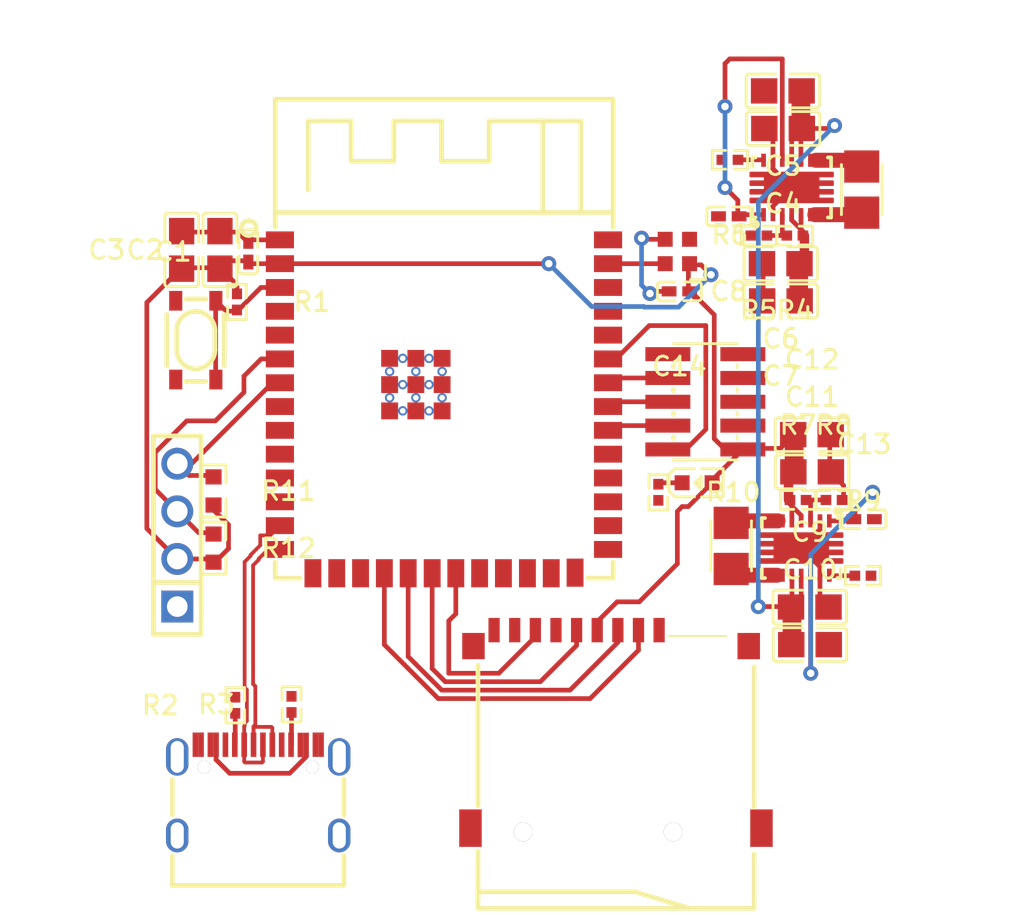
<source format=kicad_pcb>
(kicad_pcb (version 20240108) (generator "pcbnew") (generator_version "8.0")
  (layers (0 "F.Cu" signal) (31 "B.Cu" signal) (34 "B.Paste" user) (35 "F.Paste" user) (36 "B.SilkS" user "B.Silkscreen") (37 "F.SilkS" user "F.Silkscreen") (38 "B.Mask" user) (39 "F.Mask" user) (44 "Edge.Cuts" user))
  (net 0 "")
  (net 1 "io0")
  (net 2 "io36")
  (net 3 "line")
  (net 4 "miso")
  (net 5 "io15")
  (net 6 "cs")
  (net 7 "tdo")
  (net 8 "line-1")
  (net 9 "gnd")
  (net 10 "usb+")
  (net 11 "sck")
  (net 12 "io14")
  (net 13 "io46")
  (net 14 "io37")
  (net 15 "io45")
  (net 16 "in")
  (net 17 "io48")
  (net 18 "io5")
  (net 19 "TXD0")
  (net 20 "io8")
  (net 21 "tdi")
  (net 22 "io")
  (net 23 "io2")
  (net 24 "usb-")
  (net 25 "io4")
  (net 26 "tck")
  (net 27 "RXD0")
  (net 28 "mosi")
  (net 29 "io21")
  (net 30 "io38")
  (net 31 "tms")
  (net 32 "io3")
  (net 33 "io47")
  (net 34 "hv")
  (net 35 "io18")
  (net 36 "io17")
  (net 37 "io9")
  (net 38 "io16")
  (net 39 "io35")
  (net 40 "L2-1")
  (net 41 "_3v3_reg-PG")
  (net 42 "hv-1")
  (net 43 "L1")
  (net 44 "VINA")
  (net 45 "_3v3_reg-out")
  (net 46 "EN")
  (net 47 "L2")
  (net 48 "hv-2")
  (net 49 "_5v_reg-PG")
  (net 50 "L1-1")
  (net 51 "_5v_reg-out")
  (net 52 "B5")
  (net 53 "A8")
  (net 54 "VBUS")
  (net 55 "CC1")
  (net 56 "B8")
  (net 57 "DAT1_RSV_")
  (net 58 "DAT2_RSV_")
  (net 59 "CD")
  (net 60 "cathode")
  (net 61 "led_dout")
  (net 63 "_7")
  (footprint "atopile:C0402-b3ef17" (layer "F.Cu") (at 217.827267 137.142182 0)
    (property "Reference" "C13")
    (property "Value" "100nF ±10% 16V X7R")
  )
  (footprint "atopile:C0805-3b2e55" (layer "F.Cu") (at 183.476312 122.780765 90)
    (property "Reference" "C2")
    (property "Value" "10µF ±10% 25V X5R")
  )
  (footprint "atopile:R0402-56259e" (layer "F.Cu") (at 214.306525 136.116633 0)
    (property "Reference" "R7")
    (property "Value" "1kΩ ±1% 62.5mW")
  )
  (footprint "atopile:C0805-3b2e55" (layer "F.Cu") (at 215.049146 132.630615 0)
    (property "Reference" "C12")
    (property "Value" "10µF ±10% 25V X5R")
  )
  (footprint "lib:LED0603-RD" (layer "F.Cu") (at 208.925051 135.198497 0)
    (property "Reference" "LED1" (hide yes))
    (property "Value" "")
  )
  (footprint "lib:LED-SMD_4P-L2.0-W2.0-BR" (layer "F.Cu") (at 207.871051 122.864497 0)
    (property "Reference" "U8" (hide yes))
    (property "Value" "")
  )
  (footprint "atopile:R0402-56259e" (layer "F.Cu") (at 216.225678 136.116633 0)
    (property "Reference" "R8")
    (property "Value" "1kΩ ±1% 62.5mW")
  )
  (footprint "lib:HDR-TH_4P-P2.54-V-F" (layer "F.Cu") (at 181.201051 137.992497 90)
    (property "Reference" "U9" (hide yes))
    (property "Value" "")
  )
  (footprint "lib:IND-SMD_L2.5-W2.0_WPN252012H" (layer "F.Cu") (at 210.739777 138.566715 -90)
    (property "Reference" "L2" (hide yes))
    (property "Value" "")
  )
  (footprint "atopile:C0805-3b2e55" (layer "F.Cu") (at 214.944248 143.829679 0)
    (property "Reference" "C10")
    (property "Value" "10µF ±10% 25V X5R")
  )
  (footprint "atopile:C0402-b3ef17" (layer "F.Cu") (at 207.979088 124.990639 180)
    (property "Reference" "C14")
    (property "Value" "100nF ±10% 16V X7R")
  )
  (footprint "atopile:R0603-ebcab9" (layer "F.Cu") (at 183.134 135.636 -90)
    (property "Reference" "R11")
    (property "Value" "2.7kΩ ±1% 100mW")
  )
  (footprint "atopile:R0402-56259e" (layer "F.Cu") (at 206.855051 135.706497 -90)
    (property "Reference" "R10")
    (property "Value" "1kΩ ±1% 62.5mW")
  )
  (footprint "atopile:R0402-56259e" (layer "F.Cu") (at 212.216424 122.014361 180)
    (property "Reference" "R5")
    (property "Value" "1kΩ ±1% 62.5mW")
  )
  (footprint "lib:WIRELM-SMD_ESP32-S3-WROOM-1" (layer "F.Cu") (at 195.425051 131.134497 0)
    (property "Reference" "U1" (hide yes))
    (property "Value" "")
  )
  (footprint "atopile:R0402-56259e" (layer "F.Cu") (at 217.767194 140.155978 0)
    (property "Reference" "R9")
    (property "Value" "1MΩ ±1% 62.5mW")
  )
  (footprint "lib:VSON-14_L4.0-W3.0-P0.50-BL-EP_TI_DSJ" (layer "F.Cu") (at 214.475051 138.680497 180)
    (property "Reference" "U6" (hide yes))
    (property "Value" "")
  )
  (footprint "atopile:R0402-56259e" (layer "F.Cu") (at 210.674908 117.975016 180)
    (property "Reference" "R6")
    (property "Value" "1MΩ ±1% 62.5mW")
  )
  (footprint "atopile:C0805-3b2e55" (layer "F.Cu") (at 213.392956 125.500379 180)
    (property "Reference" "C7")
    (property "Value" "10µF ±10% 25V X5R")
  )
  (footprint "lib:IND-SMD_L2.5-W2.0_WPN252012H" (layer "F.Cu") (at 217.702325 119.564279 90)
    (property "Reference" "L1" (hide yes))
    (property "Value" "")
  )
  (footprint "lib:KEY-SMD_4P-L4.2-W3.2-P2.20-LS4.6" (layer "F.Cu") (at 182.188894 127.593687 -90)
    (property "Reference" "U2" (hide yes))
    (property "Value" "")
  )
  (footprint "lib:TF-SMD_TF-01A" (layer "F.Cu") (at 204.597051 148.337997 0)
    (property "Reference" "U7" (hide yes))
    (property "Value" "")
  )
  (footprint "atopile:C0805-3b2e55" (layer "F.Cu") (at 213.384296 123.514499 180)
    (property "Reference" "C6")
    (property "Value" "10µF ±10% 25V X5R")
  )
  (footprint "atopile:C0805-3b2e55" (layer "F.Cu") (at 213.509696 116.305091 180)
    (property "Reference" "C4")
    (property "Value" "10µF ±10% 25V X5R")
  )
  (footprint "atopile:R0603-ebcab9" (layer "F.Cu") (at 183.134 138.684 -90)
    (property "Reference" "R12")
    (property "Value" "2.7kΩ ±1% 100mW")
  )
  (footprint "lib:VSON-14_L4.0-W3.0-P0.50-BL-EP_TI_DSJ" (layer "F.Cu") (at 213.967051 119.450497 0)
    (property "Reference" "U5" (hide yes))
    (property "Value" "")
  )
  (footprint "atopile:R0402-56259e" (layer "F.Cu") (at 187.292646 147.018927 90)
    (property "Reference" "R3")
    (property "Value" "4.7kΩ ±1% 62.5mW")
  )
  (footprint "atopile:C0805-3b2e55" (layer "F.Cu") (at 213.497854 114.301315 180)
    (property "Reference" "C5")
    (property "Value" "10µF ±10% 25V X5R")
  )
  (footprint "atopile:R0402-56259e" (layer "F.Cu") (at 184.292 147.066 90)
    (property "Reference" "R2")
    (property "Value" "4.7kΩ ±1% 62.5mW")
  )
  (footprint "lib:USB-C-SMD_KH-TYPE-C-16P" (layer "F.Cu") (at 185.519051 151.588497 0)
    (property "Reference" "U4" (hide yes))
    (property "Value" "")
  )
  (footprint "atopile:C0805-3b2e55" (layer "F.Cu") (at 181.433933 122.780765 90)
    (property "Reference" "C3")
    (property "Value" "10µF ±10% 25V X5R")
  )
  (footprint "atopile:R0402-56259e" (layer "F.Cu") (at 214.135577 122.014361 180)
    (property "Reference" "R4")
    (property "Value" "1kΩ ±1% 62.5mW")
  )
  (footprint "atopile:C0402-b3ef17" (layer "F.Cu") (at 184.989635 122.876865 90)
    (property "Reference" "C1")
    (property "Value" "100nF ±10% 16V X7R")
  )
  (footprint "atopile:R0402-56259e" (layer "F.Cu") (at 184.384598 125.552683 -90)
    (property "Reference" "R1")
    (property "Value" "10kΩ ±1% 62.5mW")
  )
  (footprint "atopile:C0805-3b2e55" (layer "F.Cu") (at 215.057806 134.616495 0)
    (property "Reference" "C11")
    (property "Value" "10µF ±10% 25V X5R")
  )
  (footprint "atopile:C0805-3b2e55" (layer "F.Cu") (at 214.932406 141.825903 0)
    (property "Reference" "C9")
    (property "Value" "10µF ±10% 25V X5R")
  )
  (footprint "atopile:C0402-b3ef17" (layer "F.Cu") (at 210.614835 120.988812 180)
    (property "Reference" "C8")
    (property "Value" "100nF ±10% 16V X7R")
  )
  (footprint "lib:HDR-SMD_10P-P1.27-V-M-R2-C5-LS5.3" (layer "F.Cu") (at 209.363051 130.880497 90)
    (property "Reference" "U3" (hide yes))
    (property "Value" "")
  )
  (via (at 205.961512 122.155641) (size 0.8) (drill 0.4) (net 9) (layers "F.Cu" "B.Cu"))
  (via (at 206.408744 125.107371) (size 0.8) (drill 0.4) (net 9) (layers "F.Cu" "B.Cu"))
  (via (at 209.664591 124.105572) (size 0.8) (drill 0.4) (net 34) (layers "F.Cu" "B.Cu"))
  (via (at 201.013051 123.514497) (size 0.8) (drill 0.4) (net 34) (layers "F.Cu" "B.Cu"))
  (via (at 216.253051 116.148497) (size 0.8) (drill 0.4) (net 42) (layers "F.Cu" "B.Cu"))
  (via (at 212.189051 141.802497) (size 0.8) (drill 0.4) (net 42) (layers "F.Cu" "B.Cu"))
  (via (at 214.983051 145.358497) (size 0.8) (drill 0.4) (net 44) (layers "F.Cu" "B.Cu"))
  (via (at 218.285051 135.706497) (size 0.8) (drill 0.4) (net 44) (layers "F.Cu" "B.Cu"))
  (via (at 210.411051 119.450497) (size 0.8) (drill 0.4) (net 46) (layers "F.Cu" "B.Cu"))
  (via (at 210.411051 115.132497) (size 0.8) (drill 0.4) (net 46) (layers "F.Cu" "B.Cu"))
  (segment (start 181.201051 134.182497) (end 181.963051 134.182497) (width 0.25) (layer "F.Cu") (net 3))
  (segment (start 181.963051 134.182497) (end 186.281051 129.864497) (width 0.25) (layer "F.Cu") (net 3))
  (segment (start 186.281051 129.864497) (end 186.675051 129.864497) (width 0.25) (layer "F.Cu") (net 3))
  (segment (start 181.829554 134.811) (end 181.201051 134.182497) (width 0.25) (layer "F.Cu") (net 3))
  (segment (start 183.134 134.811) (end 181.829554 134.811) (width 0.25) (layer "F.Cu") (net 3))
  (segment (start 196.055051 140.024497) (end 196.055051 142.188497) (width 0.25) (layer "F.Cu") (net 4))
  (segment (start 200.297051 143.407997) (end 200.297051 143.057997) (width 0.25) (layer "F.Cu") (net 4))
  (segment (start 195.679051 142.564497) (end 195.679051 145.358497) (width 0.25) (layer "F.Cu") (net 4))
  (segment (start 195.679051 145.358497) (end 198.346551 145.358497) (width 0.25) (layer "F.Cu") (net 4))
  (segment (start 196.055051 142.188497) (end 195.679051 142.564497) (width 0.25) (layer "F.Cu") (net 4))
  (segment (start 198.346551 145.358497) (end 200.297051 143.407997) (width 0.25) (layer "F.Cu") (net 4))
  (segment (start 192.245051 140.024497) (end 192.245051 143.833685) (width 0.25) (layer "F.Cu") (net 6))
  (segment (start 192.245051 143.833685) (end 195.119863 146.708497) (width 0.25) (layer "F.Cu") (net 6))
  (segment (start 195.119863 146.708497) (end 203.219051 146.708497) (width 0.25) (layer "F.Cu") (net 6))
  (segment (start 205.797051 144.130497) (end 205.797051 143.057997) (width 0.25) (layer "F.Cu") (net 6))
  (segment (start 203.219051 146.708497) (end 205.797051 144.130497) (width 0.25) (layer "F.Cu") (net 6))
  (segment (start 204.429051 130.880497) (end 204.175051 131.134497) (width 0.25) (layer "F.Cu") (net 7))
  (segment (start 208.157051 130.880497) (end 204.429051 130.880497) (width 0.25) (layer "F.Cu") (net 7))
  (segment (start 185.675051 128.594497) (end 186.675051 128.594497) (width 0.25) (layer "F.Cu") (net 8))
  (segment (start 184.757051 129.512497) (end 185.675051 128.594497) (width 0.25) (layer "F.Cu") (net 8))
  (segment (start 183.233051 131.896497) (end 184.757051 130.372497) (width 0.25) (layer "F.Cu") (net 8))
  (segment (start 184.757051 130.372497) (end 184.757051 129.512497) (width 0.25) (layer "F.Cu") (net 8))
  (segment (start 183.134 137.859) (end 182.337554 137.859) (width 0.25) (layer "F.Cu") (net 8))
  (segment (start 180.026051 133.579497) (end 181.709051 131.896497) (width 0.25) (layer "F.Cu") (net 8))
  (segment (start 180.026051 135.547497) (end 180.026051 133.579497) (width 0.25) (layer "F.Cu") (net 8))
  (segment (start 182.337554 137.859) (end 181.201051 136.722497) (width 0.25) (layer "F.Cu") (net 8))
  (segment (start 181.201051 136.722497) (end 180.026051 135.547497) (width 0.25) (layer "F.Cu") (net 8))
  (segment (start 181.709051 131.896497) (end 183.233051 131.896497) (width 0.25) (layer "F.Cu") (net 8))
  (segment (start 212.442956 123.523159) (end 212.434296 123.514499) (width 0.25) (layer "F.Cu") (net 9))
  (segment (start 212.442956 125.500379) (end 212.442956 123.523159) (width 0.25) (layer "F.Cu") (net 9))
  (segment (start 212.967051 120.450497) (end 213.967051 119.450497) (width 0.25) (layer "F.Cu") (net 9))
  (segment (start 212.967051 120.900497) (end 212.967051 120.450497) (width 0.25) (layer "F.Cu") (net 9))
  (segment (start 215.999146 134.607835) (end 216.007806 134.616495) (width 0.25) (layer "F.Cu") (net 9))
  (segment (start 215.475051 139.680497) (end 214.475051 138.680497) (width 0.25) (layer "F.Cu") (net 9))
  (segment (start 185.142003 122.244497) (end 184.989635 122.396865) (width 0.25) (layer "F.Cu") (net 9))
  (segment (start 215.475051 140.130497) (end 215.475051 141.418548) (width 0.25) (layer "F.Cu") (net 9))
  (segment (start 215.475051 141.418548) (end 215.882406 141.825903) (width 0.25) (layer "F.Cu") (net 9))
  (segment (start 184.423535 121.830765) (end 184.989635 122.396865) (width 0.25) (layer "F.Cu") (net 9))
  (segment (start 215.475051 137.680497) (end 214.475051 138.680497) (width 0.25) (layer "F.Cu") (net 9))
  (segment (start 206.525476 124.990639) (end 206.408744 125.107371) (width 0.25) (layer "F.Cu") (net 9))
  (segment (start 216.735678 136.116633) (end 216.735678 135.344367) (width 0.25) (layer "F.Cu") (net 9))
  (segment (start 216.735678 135.344367) (end 216.007806 134.616495) (width 0.25) (layer "F.Cu") (net 9))
  (segment (start 183.476312 121.830765) (end 184.423535 121.830765) (width 0.25) (layer "F.Cu") (net 9))
  (segment (start 207.221051 122.214497) (end 206.020368 122.214497) (width 0.25) (layer "F.Cu") (net 9))
  (segment (start 212.967051 118.000497) (end 212.967051 118.450497) (width 0.25) (layer "F.Cu") (net 9))
  (segment (start 212.967051 118.450497) (end 213.967051 119.450497) (width 0.25) (layer "F.Cu") (net 9))
  (segment (start 215.475051 137.230497) (end 215.475051 137.680497) (width 0.25) (layer "F.Cu") (net 9))
  (segment (start 186.675051 122.244497) (end 185.142003 122.244497) (width 0.25) (layer "F.Cu") (net 9))
  (segment (start 212.967051 116.712446) (end 212.559696 116.305091) (width 0.25) (layer "F.Cu") (net 9))
  (segment (start 215.999146 132.630615) (end 215.999146 134.607835) (width 0.25) (layer "F.Cu") (net 9))
  (segment (start 212.967051 118.000497) (end 212.967051 116.712446) (width 0.25) (layer "F.Cu") (net 9))
  (segment (start 206.020368 122.214497) (end 205.961512 122.155641) (width 0.25) (layer "F.Cu") (net 9))
  (segment (start 207.499088 124.990639) (end 206.525476 124.990639) (width 0.25) (layer "F.Cu") (net 9))
  (segment (start 215.475051 140.130497) (end 215.475051 139.680497) (width 0.25) (layer "F.Cu") (net 9))
  (segment (start 181.433933 121.830765) (end 183.476312 121.830765) (width 0.25) (layer "F.Cu") (net 9))
  (segment (start 205.961512 122.155641) (end 205.961512 124.660139) (width 0.25) (layer "B.Cu") (net 9))
  (segment (start 205.961512 124.660139) (end 206.408744 125.107371) (width 0.25) (layer "B.Cu") (net 9))
  (segment (start 185.269051 148.268497) (end 185.319051 148.218497) (width 0.2) (layer "F.Cu") (net 10))
  (segment (start 186.219051 148.218497) (end 186.269051 148.268497) (width 0.2) (layer "F.Cu") (net 10))
  (segment (start 185.269051 148.193496) (end 185.36198 148.100567) (width 0.2) (layer "F.Cu") (net 10))
  (segment (start 185.244051 139.601697) (end 185.545919 139.299829) (width 0.2) (layer "F.Cu") (net 10))
  (segment (start 185.36198 146.050688) (end 185.244051 145.932759) (width 0.2) (layer "F.Cu") (net 10))
  (segment (start 186.269051 148.268497) (end 186.269051 149.168497) (width 0.2) (layer "F.Cu") (net 10))
  (segment (start 185.36198 148.100567) (end 185.36198 146.050688) (width 0.2) (layer "F.Cu") (net 10))
  (segment (start 185.545919 139.299829) (end 185.545919 139.250026) (width 0.2) (layer "F.Cu") (net 10))
  (segment (start 185.269051 149.168497) (end 185.269051 148.268497) (width 0.2) (layer "F.Cu") (net 10))
  (segment (start 185.269051 149.168497) (end 185.269051 148.193496) (width 0.2) (layer "F.Cu") (net 10))
  (segment (start 186.041448 138.754497) (end 186.675051 138.754497) (width 0.2) (layer "F.Cu") (net 10))
  (segment (start 185.244051 145.932759) (end 185.244051 139.601697) (width 0.2) (layer "F.Cu") (net 10))
  (segment (start 185.319051 148.218497) (end 186.219051 148.218497) (width 0.2) (layer "F.Cu") (net 10))
  (segment (start 185.545919 139.250026) (end 186.041448 138.754497) (width 0.2) (layer "F.Cu") (net 10))
  (segment (start 194.795051 140.024497) (end 194.795051 145.110893) (width 0.25) (layer "F.Cu") (net 11))
  (segment (start 200.563051 145.808497) (end 202.497051 143.874497) (width 0.25) (layer "F.Cu") (net 11))
  (segment (start 202.497051 143.874497) (end 202.497051 143.057997) (width 0.25) (layer "F.Cu") (net 11))
  (segment (start 195.492655 145.808497) (end 200.563051 145.808497) (width 0.25) (layer "F.Cu") (net 11))
  (segment (start 194.795051 145.110893) (end 195.492655 145.808497) (width 0.25) (layer "F.Cu") (net 11))
  (segment (start 183.811284 126.046402) (end 184.368317 126.046402) (width 0.25) (layer "F.Cu") (net 16))
  (segment (start 183.247945 129.683063) (end 183.247945 125.483063) (width 0.25) (layer "F.Cu") (net 16))
  (segment (start 184.368317 126.046402) (end 184.384598 126.062683) (width 0.25) (layer "F.Cu") (net 16))
  (segment (start 184.384598 126.062683) (end 185.662784 124.784497) (width 0.25) (layer "F.Cu") (net 16))
  (segment (start 183.247945 125.483063) (end 183.811284 126.046402) (width 0.25) (layer "F.Cu") (net 16))
  (segment (start 185.662784 124.784497) (end 186.675051 124.784497) (width 0.25) (layer "F.Cu") (net 16))
  (segment (start 208.157051 129.610497) (end 204.429051 129.610497) (width 0.25) (layer "F.Cu") (net 21))
  (segment (start 204.429051 129.610497) (end 204.175051 129.864497) (width 0.25) (layer "F.Cu") (net 21))
  (segment (start 204.175051 123.514497) (end 207.221051 123.514497) (width 0.25) (layer "F.Cu") (net 22))
  (segment (start 184.794051 148.012873) (end 184.912 147.894924) (width 0.2) (layer "F.Cu") (net 24))
  (segment (start 185.105951 139.053597) (end 185.625051 138.534497) (width 0.2) (layer "F.Cu") (net 24))
  (segment (start 184.794051 148.168496) (end 184.794051 148.012873) (width 0.2) (layer "F.Cu") (net 24))
  (segment (start 184.794051 139.415297) (end 185.105951 139.103397) (width 0.2) (layer "F.Cu") (net 24))
  (segment (start 186.155051 138.004497) (end 186.675051 137.484497) (width 0.2) (layer "F.Cu") (net 24))
  (segment (start 184.819051 150.118497) (end 184.769051 150.068497) (width 0.2) (layer "F.Cu") (net 24))
  (segment (start 185.105951 139.103397) (end 185.105951 139.053597) (width 0.2) (layer "F.Cu") (net 24))
  (segment (start 185.625051 138.004497) (end 186.155051 138.004497) (width 0.2) (layer "F.Cu") (net 24))
  (segment (start 185.769051 149.168497) (end 185.769051 150.068497) (width 0.2) (layer "F.Cu") (net 24))
  (segment (start 185.625051 138.534497) (end 185.625051 138.004497) (width 0.2) (layer "F.Cu") (net 24))
  (segment (start 185.769051 150.068497) (end 185.719051 150.118497) (width 0.2) (layer "F.Cu") (net 24))
  (segment (start 184.769051 149.168497) (end 184.769051 148.193496) (width 0.2) (layer "F.Cu") (net 24))
  (segment (start 184.912 146.237076) (end 184.794051 146.119127) (width 0.2) (layer "F.Cu") (net 24))
  (segment (start 184.912 147.894924) (end 184.912 146.237076) (width 0.2) (layer "F.Cu") (net 24))
  (segment (start 185.719051 150.118497) (end 184.819051 150.118497) (width 0.2) (layer "F.Cu") (net 24))
  (segment (start 184.794051 146.119127) (end 184.794051 139.415297) (width 0.2) (layer "F.Cu") (net 24))
  (segment (start 184.769051 150.068497) (end 184.769051 149.168497) (width 0.2) (layer "F.Cu") (net 24))
  (segment (start 184.769051 148.193496) (end 184.794051 148.168496) (width 0.2) (layer "F.Cu") (net 24))
  (segment (start 204.429051 132.150497) (end 204.175051 132.404497) (width 0.25) (layer "F.Cu") (net 26))
  (segment (start 208.157051 132.150497) (end 204.429051 132.150497) (width 0.25) (layer "F.Cu") (net 26))
  (segment (start 193.515051 140.024497) (end 193.515051 144.467289) (width 0.25) (layer "F.Cu") (net 28))
  (segment (start 202.145051 146.258497) (end 204.697051 143.706497) (width 0.25) (layer "F.Cu") (net 28))
  (segment (start 204.697051 143.706497) (end 204.697051 143.057997) (width 0.25) (layer "F.Cu") (net 28))
  (segment (start 193.515051 144.467289) (end 195.306259 146.258497) (width 0.25) (layer "F.Cu") (net 28))
  (segment (start 195.306259 146.258497) (end 202.145051 146.258497) (width 0.25) (layer "F.Cu") (net 28))
  (segment (start 207.363051 133.420497) (end 208.318051 133.420497) (width 0.25) (layer "F.Cu") (net 31))
  (segment (start 209.388051 126.816497) (end 206.373051 126.816497) (width 0.25) (layer "F.Cu") (net 31))
  (segment (start 204.595051 128.594497) (end 204.175051 128.594497) (width 0.25) (layer "F.Cu") (net 31))
  (segment (start 206.373051 126.816497) (end 204.595051 128.594497) (width 0.25) (layer "F.Cu") (net 31))
  (segment (start 209.388051 132.350497) (end 209.388051 126.816497) (width 0.25) (layer "F.Cu") (net 31))
  (segment (start 208.318051 133.420497) (end 209.388051 132.350497) (width 0.25) (layer "F.Cu") (net 31))
  (segment (start 186.675051 123.514497) (end 185.147267 123.514497) (width 0.25) (layer "F.Cu") (net 34))
  (segment (start 179.576051 137.637497) (end 181.201051 139.262497) (width 0.25) (layer "F.Cu") (net 34))
  (segment (start 208.455051 136.468497) (end 209.725051 135.198497) (width 0.25) (layer "F.Cu") (net 34))
  (segment (start 213.975051 136.295159) (end 213.975051 137.230497) (width 0.25) (layer "F.Cu") (net 34))
  (segment (start 183.616 137.134) (end 183.632004 137.134) (width 0.25) (layer "F.Cu") (net 34))
  (segment (start 183.632004 137.134) (end 183.934 137.435996) (width 0.25) (layer "F.Cu") (net 34))
  (segment (start 203.597051 143.057997) (end 203.597051 142.608497) (width 0.25) (layer "F.Cu") (net 34))
  (segment (start 183.934 137.435996) (end 183.934 138.709) (width 0.25) (layer "F.Cu") (net 34))
  (segment (start 213.796525 136.261681) (end 213.796525 136.116633) (width 0.25) (layer "F.Cu") (net 34))
  (segment (start 179.576051 125.588647) (end 179.576051 137.637497) (width 0.25) (layer "F.Cu") (net 34))
  (segment (start 184.384598 124.639051) (end 183.476312 123.730765) (width 0.25) (layer "F.Cu") (net 34))
  (segment (start 208.887051 125.292497) (end 209.838051 126.243497) (width 0.25) (layer "F.Cu") (net 34))
  (segment (start 213.796525 134.927776) (end 214.107806 134.616495) (width 0.25) (layer "F.Cu") (net 34))
  (segment (start 213.796525 136.116633) (end 213.796525 134.927776) (width 0.5) (layer "F.Cu") (net 34))
  (segment (start 204.657051 141.548497) (end 205.839051 141.548497) (width 0.25) (layer "F.Cu") (net 34))
  (segment (start 182.887497 139.262497) (end 183.134 139.509) (width 0.25) (layer "F.Cu") (net 34))
  (segment (start 183.934 138.709) (end 183.134 139.509) (width 0.25) (layer "F.Cu") (net 34))
  (segment (start 185.147267 123.514497) (end 184.989635 123.356865) (width 0.25) (layer "F.Cu") (net 34))
  (segment (start 183.850212 123.356865) (end 183.476312 123.730765) (width 0.25) (layer "F.Cu") (net 34))
  (segment (start 186.675051 123.514497) (end 201.013051 123.514497) (width 0.25) (layer "F.Cu") (net 34))
  (segment (start 210.408051 133.420497) (end 211.363051 133.420497) (width 0.25) (layer "F.Cu") (net 34))
  (segment (start 181.201051 139.262497) (end 182.887497 139.262497) (width 0.25) (layer "F.Cu") (net 34))
  (segment (start 181.433933 123.730765) (end 179.576051 125.588647) (width 0.25) (layer "F.Cu") (net 34))
  (segment (start 207.871051 136.722497) (end 208.125051 136.468497) (width 0.25) (layer "F.Cu") (net 34))
  (segment (start 213.796525 136.116633) (end 213.975051 136.295159) (width 0.25) (layer "F.Cu") (net 34))
  (segment (start 208.459088 124.990639) (end 208.760946 125.292497) (width 0.25) (layer "F.Cu") (net 34))
  (segment (start 213.363509 133.366252) (end 214.099146 132.630615) (width 0.25) (layer "F.Cu") (net 34))
  (segment (start 209.838051 132.850497) (end 210.408051 133.420497) (width 0.25) (layer "F.Cu") (net 34))
  (segment (start 209.664591 124.105572) (end 209.135479 123.57646) (width 0.25) (layer "F.Cu") (net 34))
  (segment (start 211.417296 133.366252) (end 213.363509 133.366252) (width 0.25) (layer "F.Cu") (net 34))
  (segment (start 209.135479 123.57646) (end 208.459088 123.57646) (width 0.25) (layer "F.Cu") (net 34))
  (segment (start 208.760946 125.292497) (end 208.887051 125.292497) (width 0.25) (layer "F.Cu") (net 34))
  (segment (start 209.725051 135.198497) (end 209.725051 135.058497) (width 0.25) (layer "F.Cu") (net 34))
  (segment (start 203.597051 142.608497) (end 204.657051 141.548497) (width 0.25) (layer "F.Cu") (net 34))
  (segment (start 214.475051 136.940207) (end 213.796525 136.261681) (width 0.25) (layer "F.Cu") (net 34))
  (segment (start 211.363051 133.420497) (end 211.417296 133.366252) (width 0.25) (layer "F.Cu") (net 34))
  (segment (start 182.943 136.461) (end 183.616 137.134) (width 0.25) (layer "F.Cu") (net 34))
  (segment (start 184.384598 125.042683) (end 184.384598 124.639051) (width 0.25) (layer "F.Cu") (net 34))
  (segment (start 205.839051 141.548497) (end 207.871051 139.516497) (width 0.25) (layer "F.Cu") (net 34))
  (segment (start 214.099146 134.607835) (end 214.107806 134.616495) (width 0.25) (layer "F.Cu") (net 34))
  (segment (start 184.989635 123.356865) (end 183.850212 123.356865) (width 0.25) (layer "F.Cu") (net 34))
  (segment (start 209.725051 135.058497) (end 211.363051 133.420497) (width 0.25) (layer "F.Cu") (net 34))
  (segment (start 208.459088 123.57646) (end 208.521051 123.514497) (width 0.25) (layer "F.Cu") (net 34))
  (segment (start 214.475051 137.230497) (end 214.475051 136.940207) (width 0.25) (layer "F.Cu") (net 34))
  (segment (start 207.871051 139.516497) (end 207.871051 136.722497) (width 0.25) (layer "F.Cu") (net 34))
  (segment (start 208.459088 124.990639) (end 208.459088 123.57646) (width 0.25) (layer "F.Cu") (net 34))
  (segment (start 214.099146 132.630615) (end 214.099146 134.607835) (width 1) (layer "F.Cu") (net 34))
  (segment (start 183.134 136.461) (end 182.943 136.461) (width 0.25) (layer "F.Cu") (net 34))
  (segment (start 181.433933 123.730765) (end 183.476312 123.730765) (width 0.25) (layer "F.Cu") (net 34))
  (segment (start 209.838051 126.243497) (end 209.838051 132.850497) (width 0.25) (layer "F.Cu") (net 34))
  (segment (start 208.125051 136.468497) (end 208.455051 136.468497) (width 0.25) (layer "F.Cu") (net 34))
  (segment (start 201.013051 123.514497) (end 203.299051 125.800497) (width 0.25) (layer "B.Cu") (net 34))
  (segment (start 206.108439 125.832371) (end 207.937792 125.832371) (width 0.25) (layer "B.Cu") (net 34))
  (segment (start 207.937792 125.832371) (end 209.664591 124.105572) (width 0.25) (layer "B.Cu") (net 34))
  (segment (start 203.299051 125.800497) (end 206.076565 125.800497) (width 0.25) (layer "B.Cu") (net 34))
  (segment (start 206.076565 125.800497) (end 206.108439 125.832371) (width 0.25) (layer "B.Cu") (net 34))
  (segment (start 210.845995 137.230497) (end 210.739777 137.336715) (width 0.25) (layer "F.Cu") (net 40))
  (segment (start 213.240051 137.230497) (end 210.845995 137.230497) (width 0.8) (layer "F.Cu") (net 40))
  (segment (start 216.000532 140.155978) (end 215.975051 140.130497) (width 0.25) (layer "F.Cu") (net 41))
  (segment (start 217.257194 140.155978) (end 216.000532 140.155978) (width 0.25) (layer "F.Cu") (net 41))
  (segment (start 214.475051 141.333258) (end 213.982406 141.825903) (width 0.25) (layer "F.Cu") (net 42))
  (segment (start 213.975051 143.810482) (end 213.994248 143.829679) (width 0.25) (layer "F.Cu") (net 42))
  (segment (start 213.967051 118.000497) (end 213.967051 116.797736) (width 0.25) (layer "F.Cu") (net 42))
  (segment (start 214.459696 116.305091) (end 214.459696 117.993142) (width 0.25) (layer "F.Cu") (net 42))
  (segment (start 214.459696 114.313157) (end 214.447854 114.301315) (width 0.25) (layer "F.Cu") (net 42))
  (segment (start 213.982406 141.825903) (end 213.982406 143.817837) (width 1) (layer "F.Cu") (net 42))
  (segment (start 214.459696 116.305091) (end 216.096457 116.305091) (width 0.25) (layer "F.Cu") (net 42))
  (segment (start 212.189051 141.802497) (end 213.959 141.802497) (width 0.25) (layer "F.Cu") (net 42))
  (segment (start 213.982406 140.137852) (end 213.975051 140.130497) (width 0.25) (layer "F.Cu") (net 42))
  (segment (start 213.967051 116.797736) (end 214.459696 116.305091) (width 0.25) (layer "F.Cu") (net 42))
  (segment (start 213.982406 143.817837) (end 213.994248 143.829679) (width 0.25) (layer "F.Cu") (net 42))
  (segment (start 214.459696 116.305091) (end 214.459696 114.313157) (width 1) (layer "F.Cu") (net 42))
  (segment (start 216.096457 116.305091) (end 216.253051 116.148497) (width 0.25) (layer "F.Cu") (net 42))
  (segment (start 214.475051 140.130497) (end 214.475051 141.333258) (width 0.25) (layer "F.Cu") (net 42))
  (segment (start 213.959 141.802497) (end 213.982406 141.825903) (width 0.25) (layer "F.Cu") (net 42))
  (segment (start 214.467051 114.320512) (end 214.447854 114.301315) (width 0.25) (layer "F.Cu") (net 42))
  (segment (start 213.982406 141.825903) (end 213.982406 140.137852) (width 0.25) (layer "F.Cu") (net 42))
  (segment (start 214.459696 117.993142) (end 214.467051 118.000497) (width 0.25) (layer "F.Cu") (net 42))
  (segment (start 212.189051 120.212497) (end 212.189051 141.802497) (width 0.25) (layer "B.Cu") (net 42))
  (segment (start 216.253051 116.148497) (end 212.189051 120.212497) (width 0.25) (layer "B.Cu") (net 42))
  (segment (start 211.073559 140.130497) (end 210.739777 139.796715) (width 0.25) (layer "F.Cu") (net 43))
  (segment (start 213.190051 140.130497) (end 211.073559 140.130497) (width 0.8) (layer "F.Cu") (net 43))
  (segment (start 214.975051 140.130497) (end 214.975051 145.350497) (width 0.25) (layer "F.Cu") (net 44))
  (segment (start 215.975051 137.230497) (end 217.258952 137.230497) (width 0.25) (layer "F.Cu") (net 44))
  (segment (start 217.347267 136.644281) (end 218.285051 135.706497) (width 0.25) (layer "F.Cu") (net 44))
  (segment (start 217.347267 137.142182) (end 217.347267 136.644281) (width 0.25) (layer "F.Cu") (net 44))
  (segment (start 214.975051 145.350497) (end 214.983051 145.358497) (width 0.25) (layer "F.Cu") (net 44))
  (segment (start 217.258952 137.230497) (end 217.347267 137.142182) (width 0.25) (layer "F.Cu") (net 44))
  (segment (start 214.983051 139.008497) (end 218.285051 135.706497) (width 0.25) (layer "B.Cu") (net 44))
  (segment (start 214.983051 145.358497) (end 214.983051 139.008497) (width 0.25) (layer "B.Cu") (net 44))
  (segment (start 215.715678 136.116633) (end 214.816525 136.116633) (width 0.25) (layer "F.Cu") (net 45))
  (segment (start 214.975051 136.275159) (end 214.975051 137.230497) (width 0.25) (layer "F.Cu") (net 45))
  (segment (start 214.816525 136.116633) (end 214.975051 136.275159) (width 0.25) (layer "F.Cu") (net 45))
  (segment (start 211.18315 120.900497) (end 211.094835 120.988812) (width 0.25) (layer "F.Cu") (net 46))
  (segment (start 213.459051 112.592497) (end 213.467051 112.600497) (width 0.25) (layer "F.Cu") (net 46))
  (segment (start 211.094835 120.134281) (end 211.094835 120.988812) (width 0.25) (layer "F.Cu") (net 46))
  (segment (start 210.411051 119.450497) (end 211.094835 120.134281) (width 0.25) (layer "F.Cu") (net 46))
  (segment (start 210.411051 112.846497) (end 210.665051 112.592497) (width 0.25) (layer "F.Cu") (net 46))
  (segment (start 212.467051 120.900497) (end 211.18315 120.900497) (width 0.25) (layer "F.Cu") (net 46))
  (segment (start 210.665051 112.592497) (end 213.459051 112.592497) (width 0.25) (layer "F.Cu") (net 46))
  (segment (start 210.411051 115.132497) (end 210.411051 112.846497) (width 0.25) (layer "F.Cu") (net 46))
  (segment (start 213.467051 112.600497) (end 213.467051 118.000497) (width 0.25) (layer "F.Cu") (net 46))
  (segment (start 210.411051 119.450497) (end 210.411051 115.132497) (width 0.25) (layer "B.Cu") (net 46))
  (segment (start 215.202051 120.900497) (end 217.596107 120.900497) (width 0.8) (layer "F.Cu") (net 47))
  (segment (start 217.596107 120.900497) (end 217.702325 120.794279) (width 0.25) (layer "F.Cu") (net 47))
  (segment (start 214.645577 122.014361) (end 214.467051 121.835835) (width 0.25) (layer "F.Cu") (net 48))
  (segment (start 214.342956 123.523159) (end 214.334296 123.514499) (width 0.25) (layer "F.Cu") (net 48))
  (segment (start 214.342956 125.500379) (end 214.342956 123.523159) (width 1) (layer "F.Cu") (net 48))
  (segment (start 214.467051 121.835835) (end 214.467051 120.900497) (width 0.25) (layer "F.Cu") (net 48))
  (segment (start 213.967051 121.190787) (end 214.645577 121.869313) (width 0.25) (layer "F.Cu") (net 48))
  (segment (start 214.645577 122.014361) (end 214.645577 123.203218) (width 0.5) (layer "F.Cu") (net 48))
  (segment (start 214.645577 121.869313) (end 214.645577 122.014361) (width 0.25) (layer "F.Cu") (net 48))
  (segment (start 213.967051 120.900497) (end 213.967051 121.190787) (width 0.25) (layer "F.Cu") (net 48))
  (segment (start 214.645577 123.203218) (end 214.334296 123.514499) (width 0.25) (layer "F.Cu") (net 48))
  (segment (start 211.184908 117.975016) (end 212.44157 117.975016) (width 0.25) (layer "F.Cu") (net 49))
  (segment (start 212.44157 117.975016) (end 212.467051 118.000497) (width 0.25) (layer "F.Cu") (net 49))
  (segment (start 217.368543 118.000497) (end 217.702325 118.334279) (width 0.25) (layer "F.Cu") (net 50))
  (segment (start 215.252051 118.000497) (end 217.368543 118.000497) (width 0.8) (layer "F.Cu") (net 50))
  (segment (start 213.625577 122.014361) (end 213.467051 121.855835) (width 0.25) (layer "F.Cu") (net 51))
  (segment (start 213.467051 121.855835) (end 213.467051 120.900497) (width 0.25) (layer "F.Cu") (net 51))
  (segment (start 212.726424 122.014361) (end 213.625577 122.014361) (width 0.25) (layer "F.Cu") (net 51))
  (segment (start 187.292646 149.144902) (end 187.269051 149.168497) (width 0.25) (layer "F.Cu") (net 52))
  (segment (start 187.292646 147.528927) (end 187.292646 149.144902) (width 0.25) (layer "F.Cu") (net 52))
  (segment (start 188.069051 149.818497) (end 188.069051 149.178497) (width 0.25) (layer "F.Cu") (net 54))
  (segment (start 183.269051 149.168497) (end 183.269051 149.966497) (width 0.25) (layer "F.Cu") (net 54))
  (segment (start 183.995051 150.692497) (end 187.195051 150.692497) (width 0.25) (layer "F.Cu") (net 54))
  (segment (start 183.269051 149.966497) (end 183.995051 150.692497) (width 0.25) (layer "F.Cu") (net 54))
  (segment (start 187.195051 150.692497) (end 188.069051 149.818497) (width 0.25) (layer "F.Cu") (net 54))
  (segment (start 184.292 147.576) (end 184.292 149.145548) (width 0.25) (layer "F.Cu") (net 55))
  (segment (start 184.292 149.145548) (end 184.269051 149.168497) (width 0.25) (layer "F.Cu") (net 55))
  (segment (start 208.125051 135.198497) (end 206.857051 135.198497) (width 0.25) (layer "F.Cu") (net 60))
  (segment (start 206.857051 135.198497) (end 206.855051 135.196497) (width 0.25) (layer "F.Cu") (net 60))
)
</source>
